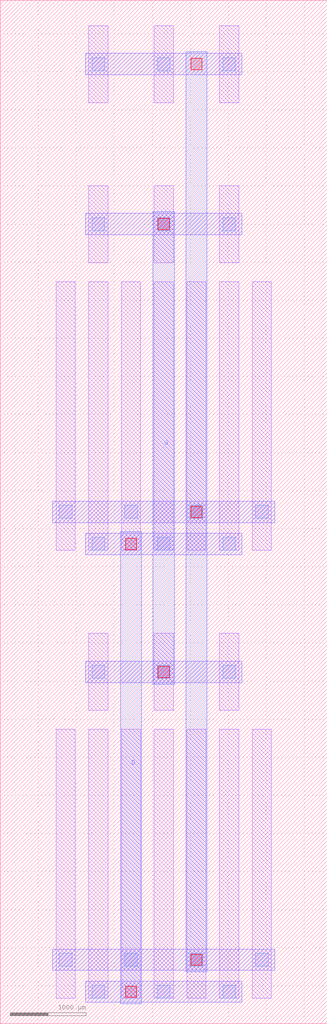
<source format=lef>
MACRO PMOS_S_81354572_X3_Y2
  UNITS 
    DATABASE MICRONS UNITS 1000;
  END UNITS 
  ORIGIN 0 0 ;
  FOREIGN PMOS_S_81354572_X3_Y2 0 0 ;
  SIZE 4300 BY 13440 ;
  PIN D
    DIRECTION INOUT ;
    USE SIGNAL ;
    PORT
      LAYER M3 ;
        RECT 1580 260 1860 6460 ;
    END
  END D
  PIN G
    DIRECTION INOUT ;
    USE SIGNAL ;
    PORT
      LAYER M3 ;
        RECT 2010 4460 2290 10660 ;
    END
  END G
  PIN S
    DIRECTION INOUT ;
    USE SIGNAL ;
    PORT
      LAYER M3 ;
        RECT 2440 680 2720 12760 ;
    END
  END S
  OBS
    LAYER M1 ;
      RECT 1165 335 1415 3865 ;
    LAYER M1 ;
      RECT 1165 4115 1415 5125 ;
    LAYER M1 ;
      RECT 1165 6215 1415 9745 ;
    LAYER M1 ;
      RECT 1165 9995 1415 11005 ;
    LAYER M1 ;
      RECT 1165 12095 1415 13105 ;
    LAYER M1 ;
      RECT 735 335 985 3865 ;
    LAYER M1 ;
      RECT 735 6215 985 9745 ;
    LAYER M1 ;
      RECT 1595 335 1845 3865 ;
    LAYER M1 ;
      RECT 1595 6215 1845 9745 ;
    LAYER M1 ;
      RECT 2025 335 2275 3865 ;
    LAYER M1 ;
      RECT 2025 4115 2275 5125 ;
    LAYER M1 ;
      RECT 2025 6215 2275 9745 ;
    LAYER M1 ;
      RECT 2025 9995 2275 11005 ;
    LAYER M1 ;
      RECT 2025 12095 2275 13105 ;
    LAYER M1 ;
      RECT 2455 335 2705 3865 ;
    LAYER M1 ;
      RECT 2455 6215 2705 9745 ;
    LAYER M1 ;
      RECT 2885 335 3135 3865 ;
    LAYER M1 ;
      RECT 2885 4115 3135 5125 ;
    LAYER M1 ;
      RECT 2885 6215 3135 9745 ;
    LAYER M1 ;
      RECT 2885 9995 3135 11005 ;
    LAYER M1 ;
      RECT 2885 12095 3135 13105 ;
    LAYER M1 ;
      RECT 3315 335 3565 3865 ;
    LAYER M1 ;
      RECT 3315 6215 3565 9745 ;
    LAYER M2 ;
      RECT 1120 280 3180 560 ;
    LAYER M2 ;
      RECT 1120 4480 3180 4760 ;
    LAYER M2 ;
      RECT 690 700 3610 980 ;
    LAYER M2 ;
      RECT 1120 6160 3180 6440 ;
    LAYER M2 ;
      RECT 1120 10360 3180 10640 ;
    LAYER M2 ;
      RECT 690 6580 3610 6860 ;
    LAYER M2 ;
      RECT 1120 12460 3180 12740 ;
    LAYER V1 ;
      RECT 2925 335 3095 505 ;
    LAYER V1 ;
      RECT 2925 4535 3095 4705 ;
    LAYER V1 ;
      RECT 2925 6215 3095 6385 ;
    LAYER V1 ;
      RECT 2925 10415 3095 10585 ;
    LAYER V1 ;
      RECT 2925 12515 3095 12685 ;
    LAYER V1 ;
      RECT 1205 335 1375 505 ;
    LAYER V1 ;
      RECT 1205 4535 1375 4705 ;
    LAYER V1 ;
      RECT 1205 6215 1375 6385 ;
    LAYER V1 ;
      RECT 1205 10415 1375 10585 ;
    LAYER V1 ;
      RECT 1205 12515 1375 12685 ;
    LAYER V1 ;
      RECT 2065 335 2235 505 ;
    LAYER V1 ;
      RECT 2065 4535 2235 4705 ;
    LAYER V1 ;
      RECT 2065 6215 2235 6385 ;
    LAYER V1 ;
      RECT 2065 10415 2235 10585 ;
    LAYER V1 ;
      RECT 2065 12515 2235 12685 ;
    LAYER V1 ;
      RECT 3355 755 3525 925 ;
    LAYER V1 ;
      RECT 3355 6635 3525 6805 ;
    LAYER V1 ;
      RECT 775 755 945 925 ;
    LAYER V1 ;
      RECT 775 6635 945 6805 ;
    LAYER V1 ;
      RECT 1635 755 1805 925 ;
    LAYER V1 ;
      RECT 1635 6635 1805 6805 ;
    LAYER V1 ;
      RECT 2495 755 2665 925 ;
    LAYER V1 ;
      RECT 2495 6635 2665 6805 ;
    LAYER V2 ;
      RECT 1645 345 1795 495 ;
    LAYER V2 ;
      RECT 1645 6225 1795 6375 ;
    LAYER V2 ;
      RECT 2075 4545 2225 4695 ;
    LAYER V2 ;
      RECT 2075 10425 2225 10575 ;
    LAYER V2 ;
      RECT 2505 765 2655 915 ;
    LAYER V2 ;
      RECT 2505 6645 2655 6795 ;
    LAYER V2 ;
      RECT 2505 12525 2655 12675 ;
  END
END PMOS_S_81354572_X3_Y2

</source>
